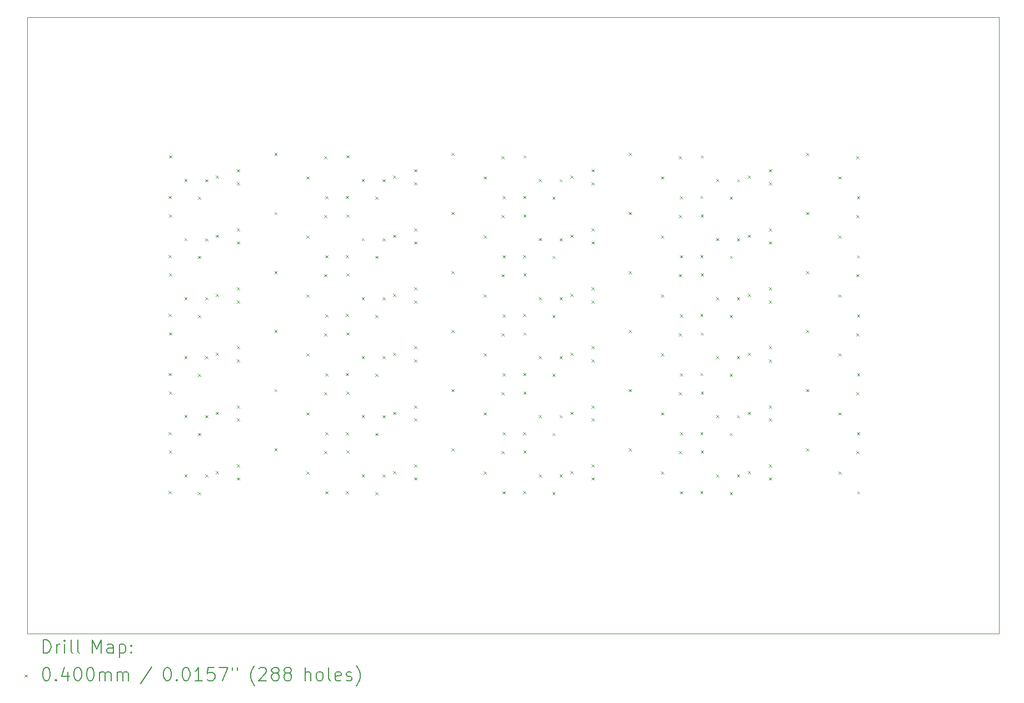
<source format=gbr>
%TF.GenerationSoftware,KiCad,Pcbnew,(7.0.0)*%
%TF.CreationDate,2023-07-13T10:10:55-04:00*%
%TF.ProjectId,bracket-led-panel,62726163-6b65-4742-9d6c-65642d70616e,rev?*%
%TF.SameCoordinates,Original*%
%TF.FileFunction,Drillmap*%
%TF.FilePolarity,Positive*%
%FSLAX45Y45*%
G04 Gerber Fmt 4.5, Leading zero omitted, Abs format (unit mm)*
G04 Created by KiCad (PCBNEW (7.0.0)) date 2023-07-13 10:10:55*
%MOMM*%
%LPD*%
G01*
G04 APERTURE LIST*
%ADD10C,0.100000*%
%ADD11C,0.200000*%
%ADD12C,0.040000*%
G04 APERTURE END LIST*
D10*
X17900000Y-11400000D02*
X17900000Y-2000000D01*
X3100000Y-2000000D02*
X3100000Y-11400000D01*
X17900000Y-2000000D02*
X3100000Y-2000000D01*
X3100000Y-11400000D02*
X17900000Y-11400000D01*
X3100000Y-11400000D02*
X3100000Y-11400000D01*
D11*
D12*
X5247580Y-4727224D02*
X5287580Y-4767224D01*
X5287580Y-4727224D02*
X5247580Y-4767224D01*
X5247580Y-5627224D02*
X5287580Y-5667224D01*
X5287580Y-5627224D02*
X5247580Y-5667224D01*
X5247580Y-6527224D02*
X5287580Y-6567224D01*
X5287580Y-6527224D02*
X5247580Y-6567224D01*
X5247580Y-7427224D02*
X5287580Y-7467224D01*
X5287580Y-7427224D02*
X5247580Y-7467224D01*
X5247580Y-8327224D02*
X5287580Y-8367224D01*
X5287580Y-8327224D02*
X5247580Y-8367224D01*
X5247580Y-9227224D02*
X5287580Y-9267224D01*
X5287580Y-9227224D02*
X5247580Y-9267224D01*
X5255080Y-4109724D02*
X5295080Y-4149724D01*
X5295080Y-4109724D02*
X5255080Y-4149724D01*
X5255080Y-5009724D02*
X5295080Y-5049724D01*
X5295080Y-5009724D02*
X5255080Y-5049724D01*
X5255080Y-5909724D02*
X5295080Y-5949724D01*
X5295080Y-5909724D02*
X5255080Y-5949724D01*
X5255080Y-6809724D02*
X5295080Y-6849724D01*
X5295080Y-6809724D02*
X5255080Y-6849724D01*
X5255080Y-7709724D02*
X5295080Y-7749724D01*
X5295080Y-7709724D02*
X5255080Y-7749724D01*
X5255080Y-8609724D02*
X5295080Y-8649724D01*
X5295080Y-8609724D02*
X5255080Y-8649724D01*
X5490000Y-4470000D02*
X5530000Y-4510000D01*
X5530000Y-4470000D02*
X5490000Y-4510000D01*
X5490000Y-5370000D02*
X5530000Y-5410000D01*
X5530000Y-5370000D02*
X5490000Y-5410000D01*
X5490000Y-6270000D02*
X5530000Y-6310000D01*
X5530000Y-6270000D02*
X5490000Y-6310000D01*
X5490000Y-7170000D02*
X5530000Y-7210000D01*
X5530000Y-7170000D02*
X5490000Y-7210000D01*
X5490000Y-8070000D02*
X5530000Y-8110000D01*
X5530000Y-8070000D02*
X5490000Y-8110000D01*
X5490000Y-8970000D02*
X5530000Y-9010000D01*
X5530000Y-8970000D02*
X5490000Y-9010000D01*
X5695080Y-4742224D02*
X5735080Y-4782224D01*
X5735080Y-4742224D02*
X5695080Y-4782224D01*
X5695080Y-5642224D02*
X5735080Y-5682224D01*
X5735080Y-5642224D02*
X5695080Y-5682224D01*
X5695080Y-6542224D02*
X5735080Y-6582224D01*
X5735080Y-6542224D02*
X5695080Y-6582224D01*
X5695080Y-7442224D02*
X5735080Y-7482224D01*
X5735080Y-7442224D02*
X5695080Y-7482224D01*
X5695080Y-8342224D02*
X5735080Y-8382224D01*
X5735080Y-8342224D02*
X5695080Y-8382224D01*
X5695080Y-9242224D02*
X5735080Y-9282224D01*
X5735080Y-9242224D02*
X5695080Y-9282224D01*
X5805080Y-4472224D02*
X5845080Y-4512224D01*
X5845080Y-4472224D02*
X5805080Y-4512224D01*
X5805080Y-5372224D02*
X5845080Y-5412224D01*
X5845080Y-5372224D02*
X5805080Y-5412224D01*
X5805080Y-6272224D02*
X5845080Y-6312224D01*
X5845080Y-6272224D02*
X5805080Y-6312224D01*
X5805080Y-7172224D02*
X5845080Y-7212224D01*
X5845080Y-7172224D02*
X5805080Y-7212224D01*
X5805080Y-8072224D02*
X5845080Y-8112224D01*
X5845080Y-8072224D02*
X5805080Y-8112224D01*
X5805080Y-8972224D02*
X5845080Y-9012224D01*
X5845080Y-8972224D02*
X5805080Y-9012224D01*
X5970000Y-4420000D02*
X6010000Y-4460000D01*
X6010000Y-4420000D02*
X5970000Y-4460000D01*
X5970000Y-5320000D02*
X6010000Y-5360000D01*
X6010000Y-5320000D02*
X5970000Y-5360000D01*
X5970000Y-6220000D02*
X6010000Y-6260000D01*
X6010000Y-6220000D02*
X5970000Y-6260000D01*
X5970000Y-7120000D02*
X6010000Y-7160000D01*
X6010000Y-7120000D02*
X5970000Y-7160000D01*
X5970000Y-8020000D02*
X6010000Y-8060000D01*
X6010000Y-8020000D02*
X5970000Y-8060000D01*
X5970000Y-8920000D02*
X6010000Y-8960000D01*
X6010000Y-8920000D02*
X5970000Y-8960000D01*
X6290000Y-4320000D02*
X6330000Y-4360000D01*
X6330000Y-4320000D02*
X6290000Y-4360000D01*
X6290000Y-4520000D02*
X6330000Y-4560000D01*
X6330000Y-4520000D02*
X6290000Y-4560000D01*
X6290000Y-5220000D02*
X6330000Y-5260000D01*
X6330000Y-5220000D02*
X6290000Y-5260000D01*
X6290000Y-5420000D02*
X6330000Y-5460000D01*
X6330000Y-5420000D02*
X6290000Y-5460000D01*
X6290000Y-6120000D02*
X6330000Y-6160000D01*
X6330000Y-6120000D02*
X6290000Y-6160000D01*
X6290000Y-6320000D02*
X6330000Y-6360000D01*
X6330000Y-6320000D02*
X6290000Y-6360000D01*
X6290000Y-7020000D02*
X6330000Y-7060000D01*
X6330000Y-7020000D02*
X6290000Y-7060000D01*
X6290000Y-7220000D02*
X6330000Y-7260000D01*
X6330000Y-7220000D02*
X6290000Y-7260000D01*
X6290000Y-7920000D02*
X6330000Y-7960000D01*
X6330000Y-7920000D02*
X6290000Y-7960000D01*
X6290000Y-8120000D02*
X6330000Y-8160000D01*
X6330000Y-8120000D02*
X6290000Y-8160000D01*
X6290000Y-8820000D02*
X6330000Y-8860000D01*
X6330000Y-8820000D02*
X6290000Y-8860000D01*
X6290000Y-9020000D02*
X6330000Y-9060000D01*
X6330000Y-9020000D02*
X6290000Y-9060000D01*
X6860000Y-4072224D02*
X6900000Y-4112224D01*
X6900000Y-4072224D02*
X6860000Y-4112224D01*
X6860000Y-4972224D02*
X6900000Y-5012224D01*
X6900000Y-4972224D02*
X6860000Y-5012224D01*
X6860000Y-5872224D02*
X6900000Y-5912224D01*
X6900000Y-5872224D02*
X6860000Y-5912224D01*
X6860000Y-6772224D02*
X6900000Y-6812224D01*
X6900000Y-6772224D02*
X6860000Y-6812224D01*
X6860000Y-7672224D02*
X6900000Y-7712224D01*
X6900000Y-7672224D02*
X6860000Y-7712224D01*
X6860000Y-8572224D02*
X6900000Y-8612224D01*
X6900000Y-8572224D02*
X6860000Y-8612224D01*
X7350000Y-4430000D02*
X7390000Y-4470000D01*
X7390000Y-4430000D02*
X7350000Y-4470000D01*
X7350000Y-5330000D02*
X7390000Y-5370000D01*
X7390000Y-5330000D02*
X7350000Y-5370000D01*
X7350000Y-6230000D02*
X7390000Y-6270000D01*
X7390000Y-6230000D02*
X7350000Y-6270000D01*
X7350000Y-7130000D02*
X7390000Y-7170000D01*
X7390000Y-7130000D02*
X7350000Y-7170000D01*
X7350000Y-8030000D02*
X7390000Y-8070000D01*
X7390000Y-8030000D02*
X7350000Y-8070000D01*
X7350000Y-8930000D02*
X7390000Y-8970000D01*
X7390000Y-8930000D02*
X7350000Y-8970000D01*
X7620080Y-4119724D02*
X7660080Y-4159724D01*
X7660080Y-4119724D02*
X7620080Y-4159724D01*
X7620080Y-5019724D02*
X7660080Y-5059724D01*
X7660080Y-5019724D02*
X7620080Y-5059724D01*
X7620080Y-5919724D02*
X7660080Y-5959724D01*
X7660080Y-5919724D02*
X7620080Y-5959724D01*
X7620080Y-6819724D02*
X7660080Y-6859724D01*
X7660080Y-6819724D02*
X7620080Y-6859724D01*
X7620080Y-7719724D02*
X7660080Y-7759724D01*
X7660080Y-7719724D02*
X7620080Y-7759724D01*
X7620080Y-8619724D02*
X7660080Y-8659724D01*
X7660080Y-8619724D02*
X7620080Y-8659724D01*
X7635080Y-4732224D02*
X7675080Y-4772224D01*
X7675080Y-4732224D02*
X7635080Y-4772224D01*
X7635080Y-5632224D02*
X7675080Y-5672224D01*
X7675080Y-5632224D02*
X7635080Y-5672224D01*
X7635080Y-6532224D02*
X7675080Y-6572224D01*
X7675080Y-6532224D02*
X7635080Y-6572224D01*
X7635080Y-7432224D02*
X7675080Y-7472224D01*
X7675080Y-7432224D02*
X7635080Y-7472224D01*
X7635080Y-8332224D02*
X7675080Y-8372224D01*
X7675080Y-8332224D02*
X7635080Y-8372224D01*
X7635080Y-9232224D02*
X7675080Y-9272224D01*
X7675080Y-9232224D02*
X7635080Y-9272224D01*
X7947580Y-4727224D02*
X7987580Y-4767224D01*
X7987580Y-4727224D02*
X7947580Y-4767224D01*
X7947580Y-5627224D02*
X7987580Y-5667224D01*
X7987580Y-5627224D02*
X7947580Y-5667224D01*
X7947580Y-6527224D02*
X7987580Y-6567224D01*
X7987580Y-6527224D02*
X7947580Y-6567224D01*
X7947580Y-7427224D02*
X7987580Y-7467224D01*
X7987580Y-7427224D02*
X7947580Y-7467224D01*
X7947580Y-8327224D02*
X7987580Y-8367224D01*
X7987580Y-8327224D02*
X7947580Y-8367224D01*
X7947580Y-9227224D02*
X7987580Y-9267224D01*
X7987580Y-9227224D02*
X7947580Y-9267224D01*
X7955080Y-4109724D02*
X7995080Y-4149724D01*
X7995080Y-4109724D02*
X7955080Y-4149724D01*
X7955080Y-5009724D02*
X7995080Y-5049724D01*
X7995080Y-5009724D02*
X7955080Y-5049724D01*
X7955080Y-5909724D02*
X7995080Y-5949724D01*
X7995080Y-5909724D02*
X7955080Y-5949724D01*
X7955080Y-6809724D02*
X7995080Y-6849724D01*
X7995080Y-6809724D02*
X7955080Y-6849724D01*
X7955080Y-7709724D02*
X7995080Y-7749724D01*
X7995080Y-7709724D02*
X7955080Y-7749724D01*
X7955080Y-8609724D02*
X7995080Y-8649724D01*
X7995080Y-8609724D02*
X7955080Y-8649724D01*
X8190000Y-4470000D02*
X8230000Y-4510000D01*
X8230000Y-4470000D02*
X8190000Y-4510000D01*
X8190000Y-5370000D02*
X8230000Y-5410000D01*
X8230000Y-5370000D02*
X8190000Y-5410000D01*
X8190000Y-6270000D02*
X8230000Y-6310000D01*
X8230000Y-6270000D02*
X8190000Y-6310000D01*
X8190000Y-7170000D02*
X8230000Y-7210000D01*
X8230000Y-7170000D02*
X8190000Y-7210000D01*
X8190000Y-8070000D02*
X8230000Y-8110000D01*
X8230000Y-8070000D02*
X8190000Y-8110000D01*
X8190000Y-8970000D02*
X8230000Y-9010000D01*
X8230000Y-8970000D02*
X8190000Y-9010000D01*
X8395080Y-4742224D02*
X8435080Y-4782224D01*
X8435080Y-4742224D02*
X8395080Y-4782224D01*
X8395080Y-5642224D02*
X8435080Y-5682224D01*
X8435080Y-5642224D02*
X8395080Y-5682224D01*
X8395080Y-6542224D02*
X8435080Y-6582224D01*
X8435080Y-6542224D02*
X8395080Y-6582224D01*
X8395080Y-7442224D02*
X8435080Y-7482224D01*
X8435080Y-7442224D02*
X8395080Y-7482224D01*
X8395080Y-8342224D02*
X8435080Y-8382224D01*
X8435080Y-8342224D02*
X8395080Y-8382224D01*
X8395080Y-9242224D02*
X8435080Y-9282224D01*
X8435080Y-9242224D02*
X8395080Y-9282224D01*
X8505080Y-4472224D02*
X8545080Y-4512224D01*
X8545080Y-4472224D02*
X8505080Y-4512224D01*
X8505080Y-5372224D02*
X8545080Y-5412224D01*
X8545080Y-5372224D02*
X8505080Y-5412224D01*
X8505080Y-6272224D02*
X8545080Y-6312224D01*
X8545080Y-6272224D02*
X8505080Y-6312224D01*
X8505080Y-7172224D02*
X8545080Y-7212224D01*
X8545080Y-7172224D02*
X8505080Y-7212224D01*
X8505080Y-8072224D02*
X8545080Y-8112224D01*
X8545080Y-8072224D02*
X8505080Y-8112224D01*
X8505080Y-8972224D02*
X8545080Y-9012224D01*
X8545080Y-8972224D02*
X8505080Y-9012224D01*
X8670000Y-4420000D02*
X8710000Y-4460000D01*
X8710000Y-4420000D02*
X8670000Y-4460000D01*
X8670000Y-5320000D02*
X8710000Y-5360000D01*
X8710000Y-5320000D02*
X8670000Y-5360000D01*
X8670000Y-6220000D02*
X8710000Y-6260000D01*
X8710000Y-6220000D02*
X8670000Y-6260000D01*
X8670000Y-7120000D02*
X8710000Y-7160000D01*
X8710000Y-7120000D02*
X8670000Y-7160000D01*
X8670000Y-8020000D02*
X8710000Y-8060000D01*
X8710000Y-8020000D02*
X8670000Y-8060000D01*
X8670000Y-8920000D02*
X8710000Y-8960000D01*
X8710000Y-8920000D02*
X8670000Y-8960000D01*
X8990000Y-4320000D02*
X9030000Y-4360000D01*
X9030000Y-4320000D02*
X8990000Y-4360000D01*
X8990000Y-4520000D02*
X9030000Y-4560000D01*
X9030000Y-4520000D02*
X8990000Y-4560000D01*
X8990000Y-5220000D02*
X9030000Y-5260000D01*
X9030000Y-5220000D02*
X8990000Y-5260000D01*
X8990000Y-5420000D02*
X9030000Y-5460000D01*
X9030000Y-5420000D02*
X8990000Y-5460000D01*
X8990000Y-6120000D02*
X9030000Y-6160000D01*
X9030000Y-6120000D02*
X8990000Y-6160000D01*
X8990000Y-6320000D02*
X9030000Y-6360000D01*
X9030000Y-6320000D02*
X8990000Y-6360000D01*
X8990000Y-7020000D02*
X9030000Y-7060000D01*
X9030000Y-7020000D02*
X8990000Y-7060000D01*
X8990000Y-7220000D02*
X9030000Y-7260000D01*
X9030000Y-7220000D02*
X8990000Y-7260000D01*
X8990000Y-7920000D02*
X9030000Y-7960000D01*
X9030000Y-7920000D02*
X8990000Y-7960000D01*
X8990000Y-8120000D02*
X9030000Y-8160000D01*
X9030000Y-8120000D02*
X8990000Y-8160000D01*
X8990000Y-8820000D02*
X9030000Y-8860000D01*
X9030000Y-8820000D02*
X8990000Y-8860000D01*
X8990000Y-9020000D02*
X9030000Y-9060000D01*
X9030000Y-9020000D02*
X8990000Y-9060000D01*
X9560000Y-4072224D02*
X9600000Y-4112224D01*
X9600000Y-4072224D02*
X9560000Y-4112224D01*
X9560000Y-4972224D02*
X9600000Y-5012224D01*
X9600000Y-4972224D02*
X9560000Y-5012224D01*
X9560000Y-5872224D02*
X9600000Y-5912224D01*
X9600000Y-5872224D02*
X9560000Y-5912224D01*
X9560000Y-6772224D02*
X9600000Y-6812224D01*
X9600000Y-6772224D02*
X9560000Y-6812224D01*
X9560000Y-7672224D02*
X9600000Y-7712224D01*
X9600000Y-7672224D02*
X9560000Y-7712224D01*
X9560000Y-8572224D02*
X9600000Y-8612224D01*
X9600000Y-8572224D02*
X9560000Y-8612224D01*
X10050000Y-4430000D02*
X10090000Y-4470000D01*
X10090000Y-4430000D02*
X10050000Y-4470000D01*
X10050000Y-5330000D02*
X10090000Y-5370000D01*
X10090000Y-5330000D02*
X10050000Y-5370000D01*
X10050000Y-6230000D02*
X10090000Y-6270000D01*
X10090000Y-6230000D02*
X10050000Y-6270000D01*
X10050000Y-7130000D02*
X10090000Y-7170000D01*
X10090000Y-7130000D02*
X10050000Y-7170000D01*
X10050000Y-8030000D02*
X10090000Y-8070000D01*
X10090000Y-8030000D02*
X10050000Y-8070000D01*
X10050000Y-8930000D02*
X10090000Y-8970000D01*
X10090000Y-8930000D02*
X10050000Y-8970000D01*
X10320080Y-4119724D02*
X10360080Y-4159724D01*
X10360080Y-4119724D02*
X10320080Y-4159724D01*
X10320080Y-5019724D02*
X10360080Y-5059724D01*
X10360080Y-5019724D02*
X10320080Y-5059724D01*
X10320080Y-5919724D02*
X10360080Y-5959724D01*
X10360080Y-5919724D02*
X10320080Y-5959724D01*
X10320080Y-6819724D02*
X10360080Y-6859724D01*
X10360080Y-6819724D02*
X10320080Y-6859724D01*
X10320080Y-7719724D02*
X10360080Y-7759724D01*
X10360080Y-7719724D02*
X10320080Y-7759724D01*
X10320080Y-8619724D02*
X10360080Y-8659724D01*
X10360080Y-8619724D02*
X10320080Y-8659724D01*
X10335080Y-4732224D02*
X10375080Y-4772224D01*
X10375080Y-4732224D02*
X10335080Y-4772224D01*
X10335080Y-5632224D02*
X10375080Y-5672224D01*
X10375080Y-5632224D02*
X10335080Y-5672224D01*
X10335080Y-6532224D02*
X10375080Y-6572224D01*
X10375080Y-6532224D02*
X10335080Y-6572224D01*
X10335080Y-7432224D02*
X10375080Y-7472224D01*
X10375080Y-7432224D02*
X10335080Y-7472224D01*
X10335080Y-8332224D02*
X10375080Y-8372224D01*
X10375080Y-8332224D02*
X10335080Y-8372224D01*
X10335080Y-9232224D02*
X10375080Y-9272224D01*
X10375080Y-9232224D02*
X10335080Y-9272224D01*
X10647580Y-4727224D02*
X10687580Y-4767224D01*
X10687580Y-4727224D02*
X10647580Y-4767224D01*
X10647580Y-5627224D02*
X10687580Y-5667224D01*
X10687580Y-5627224D02*
X10647580Y-5667224D01*
X10647580Y-6527224D02*
X10687580Y-6567224D01*
X10687580Y-6527224D02*
X10647580Y-6567224D01*
X10647580Y-7427224D02*
X10687580Y-7467224D01*
X10687580Y-7427224D02*
X10647580Y-7467224D01*
X10647580Y-8327224D02*
X10687580Y-8367224D01*
X10687580Y-8327224D02*
X10647580Y-8367224D01*
X10647580Y-9227224D02*
X10687580Y-9267224D01*
X10687580Y-9227224D02*
X10647580Y-9267224D01*
X10655080Y-4109724D02*
X10695080Y-4149724D01*
X10695080Y-4109724D02*
X10655080Y-4149724D01*
X10655080Y-5009724D02*
X10695080Y-5049724D01*
X10695080Y-5009724D02*
X10655080Y-5049724D01*
X10655080Y-5909724D02*
X10695080Y-5949724D01*
X10695080Y-5909724D02*
X10655080Y-5949724D01*
X10655080Y-6809724D02*
X10695080Y-6849724D01*
X10695080Y-6809724D02*
X10655080Y-6849724D01*
X10655080Y-7709724D02*
X10695080Y-7749724D01*
X10695080Y-7709724D02*
X10655080Y-7749724D01*
X10655080Y-8609724D02*
X10695080Y-8649724D01*
X10695080Y-8609724D02*
X10655080Y-8649724D01*
X10890000Y-4470000D02*
X10930000Y-4510000D01*
X10930000Y-4470000D02*
X10890000Y-4510000D01*
X10890000Y-5370000D02*
X10930000Y-5410000D01*
X10930000Y-5370000D02*
X10890000Y-5410000D01*
X10890000Y-6270000D02*
X10930000Y-6310000D01*
X10930000Y-6270000D02*
X10890000Y-6310000D01*
X10890000Y-7170000D02*
X10930000Y-7210000D01*
X10930000Y-7170000D02*
X10890000Y-7210000D01*
X10890000Y-8070000D02*
X10930000Y-8110000D01*
X10930000Y-8070000D02*
X10890000Y-8110000D01*
X10890000Y-8970000D02*
X10930000Y-9010000D01*
X10930000Y-8970000D02*
X10890000Y-9010000D01*
X11095080Y-4742224D02*
X11135080Y-4782224D01*
X11135080Y-4742224D02*
X11095080Y-4782224D01*
X11095080Y-5642224D02*
X11135080Y-5682224D01*
X11135080Y-5642224D02*
X11095080Y-5682224D01*
X11095080Y-6542224D02*
X11135080Y-6582224D01*
X11135080Y-6542224D02*
X11095080Y-6582224D01*
X11095080Y-7442224D02*
X11135080Y-7482224D01*
X11135080Y-7442224D02*
X11095080Y-7482224D01*
X11095080Y-8342224D02*
X11135080Y-8382224D01*
X11135080Y-8342224D02*
X11095080Y-8382224D01*
X11095080Y-9242224D02*
X11135080Y-9282224D01*
X11135080Y-9242224D02*
X11095080Y-9282224D01*
X11205080Y-4472224D02*
X11245080Y-4512224D01*
X11245080Y-4472224D02*
X11205080Y-4512224D01*
X11205080Y-5372224D02*
X11245080Y-5412224D01*
X11245080Y-5372224D02*
X11205080Y-5412224D01*
X11205080Y-6272224D02*
X11245080Y-6312224D01*
X11245080Y-6272224D02*
X11205080Y-6312224D01*
X11205080Y-7172224D02*
X11245080Y-7212224D01*
X11245080Y-7172224D02*
X11205080Y-7212224D01*
X11205080Y-8072224D02*
X11245080Y-8112224D01*
X11245080Y-8072224D02*
X11205080Y-8112224D01*
X11205080Y-8972224D02*
X11245080Y-9012224D01*
X11245080Y-8972224D02*
X11205080Y-9012224D01*
X11370000Y-4420000D02*
X11410000Y-4460000D01*
X11410000Y-4420000D02*
X11370000Y-4460000D01*
X11370000Y-5320000D02*
X11410000Y-5360000D01*
X11410000Y-5320000D02*
X11370000Y-5360000D01*
X11370000Y-6220000D02*
X11410000Y-6260000D01*
X11410000Y-6220000D02*
X11370000Y-6260000D01*
X11370000Y-7120000D02*
X11410000Y-7160000D01*
X11410000Y-7120000D02*
X11370000Y-7160000D01*
X11370000Y-8020000D02*
X11410000Y-8060000D01*
X11410000Y-8020000D02*
X11370000Y-8060000D01*
X11370000Y-8920000D02*
X11410000Y-8960000D01*
X11410000Y-8920000D02*
X11370000Y-8960000D01*
X11690000Y-4320000D02*
X11730000Y-4360000D01*
X11730000Y-4320000D02*
X11690000Y-4360000D01*
X11690000Y-4520000D02*
X11730000Y-4560000D01*
X11730000Y-4520000D02*
X11690000Y-4560000D01*
X11690000Y-5220000D02*
X11730000Y-5260000D01*
X11730000Y-5220000D02*
X11690000Y-5260000D01*
X11690000Y-5420000D02*
X11730000Y-5460000D01*
X11730000Y-5420000D02*
X11690000Y-5460000D01*
X11690000Y-6120000D02*
X11730000Y-6160000D01*
X11730000Y-6120000D02*
X11690000Y-6160000D01*
X11690000Y-6320000D02*
X11730000Y-6360000D01*
X11730000Y-6320000D02*
X11690000Y-6360000D01*
X11690000Y-7020000D02*
X11730000Y-7060000D01*
X11730000Y-7020000D02*
X11690000Y-7060000D01*
X11690000Y-7220000D02*
X11730000Y-7260000D01*
X11730000Y-7220000D02*
X11690000Y-7260000D01*
X11690000Y-7920000D02*
X11730000Y-7960000D01*
X11730000Y-7920000D02*
X11690000Y-7960000D01*
X11690000Y-8120000D02*
X11730000Y-8160000D01*
X11730000Y-8120000D02*
X11690000Y-8160000D01*
X11690000Y-8820000D02*
X11730000Y-8860000D01*
X11730000Y-8820000D02*
X11690000Y-8860000D01*
X11690000Y-9020000D02*
X11730000Y-9060000D01*
X11730000Y-9020000D02*
X11690000Y-9060000D01*
X12260000Y-4072224D02*
X12300000Y-4112224D01*
X12300000Y-4072224D02*
X12260000Y-4112224D01*
X12260000Y-4972224D02*
X12300000Y-5012224D01*
X12300000Y-4972224D02*
X12260000Y-5012224D01*
X12260000Y-5872224D02*
X12300000Y-5912224D01*
X12300000Y-5872224D02*
X12260000Y-5912224D01*
X12260000Y-6772224D02*
X12300000Y-6812224D01*
X12300000Y-6772224D02*
X12260000Y-6812224D01*
X12260000Y-7672224D02*
X12300000Y-7712224D01*
X12300000Y-7672224D02*
X12260000Y-7712224D01*
X12260000Y-8572224D02*
X12300000Y-8612224D01*
X12300000Y-8572224D02*
X12260000Y-8612224D01*
X12750000Y-4430000D02*
X12790000Y-4470000D01*
X12790000Y-4430000D02*
X12750000Y-4470000D01*
X12750000Y-5330000D02*
X12790000Y-5370000D01*
X12790000Y-5330000D02*
X12750000Y-5370000D01*
X12750000Y-6230000D02*
X12790000Y-6270000D01*
X12790000Y-6230000D02*
X12750000Y-6270000D01*
X12750000Y-7130000D02*
X12790000Y-7170000D01*
X12790000Y-7130000D02*
X12750000Y-7170000D01*
X12750000Y-8030000D02*
X12790000Y-8070000D01*
X12790000Y-8030000D02*
X12750000Y-8070000D01*
X12750000Y-8930000D02*
X12790000Y-8970000D01*
X12790000Y-8930000D02*
X12750000Y-8970000D01*
X13020080Y-4119724D02*
X13060080Y-4159724D01*
X13060080Y-4119724D02*
X13020080Y-4159724D01*
X13020080Y-5019724D02*
X13060080Y-5059724D01*
X13060080Y-5019724D02*
X13020080Y-5059724D01*
X13020080Y-5919724D02*
X13060080Y-5959724D01*
X13060080Y-5919724D02*
X13020080Y-5959724D01*
X13020080Y-6819724D02*
X13060080Y-6859724D01*
X13060080Y-6819724D02*
X13020080Y-6859724D01*
X13020080Y-7719724D02*
X13060080Y-7759724D01*
X13060080Y-7719724D02*
X13020080Y-7759724D01*
X13020080Y-8619724D02*
X13060080Y-8659724D01*
X13060080Y-8619724D02*
X13020080Y-8659724D01*
X13035080Y-4732224D02*
X13075080Y-4772224D01*
X13075080Y-4732224D02*
X13035080Y-4772224D01*
X13035080Y-5632224D02*
X13075080Y-5672224D01*
X13075080Y-5632224D02*
X13035080Y-5672224D01*
X13035080Y-6532224D02*
X13075080Y-6572224D01*
X13075080Y-6532224D02*
X13035080Y-6572224D01*
X13035080Y-7432224D02*
X13075080Y-7472224D01*
X13075080Y-7432224D02*
X13035080Y-7472224D01*
X13035080Y-8332224D02*
X13075080Y-8372224D01*
X13075080Y-8332224D02*
X13035080Y-8372224D01*
X13035080Y-9232224D02*
X13075080Y-9272224D01*
X13075080Y-9232224D02*
X13035080Y-9272224D01*
X13347580Y-4727224D02*
X13387580Y-4767224D01*
X13387580Y-4727224D02*
X13347580Y-4767224D01*
X13347580Y-5627224D02*
X13387580Y-5667224D01*
X13387580Y-5627224D02*
X13347580Y-5667224D01*
X13347580Y-6527224D02*
X13387580Y-6567224D01*
X13387580Y-6527224D02*
X13347580Y-6567224D01*
X13347580Y-7427224D02*
X13387580Y-7467224D01*
X13387580Y-7427224D02*
X13347580Y-7467224D01*
X13347580Y-8327224D02*
X13387580Y-8367224D01*
X13387580Y-8327224D02*
X13347580Y-8367224D01*
X13347580Y-9227224D02*
X13387580Y-9267224D01*
X13387580Y-9227224D02*
X13347580Y-9267224D01*
X13355080Y-4109724D02*
X13395080Y-4149724D01*
X13395080Y-4109724D02*
X13355080Y-4149724D01*
X13355080Y-5009724D02*
X13395080Y-5049724D01*
X13395080Y-5009724D02*
X13355080Y-5049724D01*
X13355080Y-5909724D02*
X13395080Y-5949724D01*
X13395080Y-5909724D02*
X13355080Y-5949724D01*
X13355080Y-6809724D02*
X13395080Y-6849724D01*
X13395080Y-6809724D02*
X13355080Y-6849724D01*
X13355080Y-7709724D02*
X13395080Y-7749724D01*
X13395080Y-7709724D02*
X13355080Y-7749724D01*
X13355080Y-8609724D02*
X13395080Y-8649724D01*
X13395080Y-8609724D02*
X13355080Y-8649724D01*
X13590000Y-4470000D02*
X13630000Y-4510000D01*
X13630000Y-4470000D02*
X13590000Y-4510000D01*
X13590000Y-5370000D02*
X13630000Y-5410000D01*
X13630000Y-5370000D02*
X13590000Y-5410000D01*
X13590000Y-6270000D02*
X13630000Y-6310000D01*
X13630000Y-6270000D02*
X13590000Y-6310000D01*
X13590000Y-7170000D02*
X13630000Y-7210000D01*
X13630000Y-7170000D02*
X13590000Y-7210000D01*
X13590000Y-8070000D02*
X13630000Y-8110000D01*
X13630000Y-8070000D02*
X13590000Y-8110000D01*
X13590000Y-8970000D02*
X13630000Y-9010000D01*
X13630000Y-8970000D02*
X13590000Y-9010000D01*
X13795080Y-4742224D02*
X13835080Y-4782224D01*
X13835080Y-4742224D02*
X13795080Y-4782224D01*
X13795080Y-5642224D02*
X13835080Y-5682224D01*
X13835080Y-5642224D02*
X13795080Y-5682224D01*
X13795080Y-6542224D02*
X13835080Y-6582224D01*
X13835080Y-6542224D02*
X13795080Y-6582224D01*
X13795080Y-7442224D02*
X13835080Y-7482224D01*
X13835080Y-7442224D02*
X13795080Y-7482224D01*
X13795080Y-8342224D02*
X13835080Y-8382224D01*
X13835080Y-8342224D02*
X13795080Y-8382224D01*
X13795080Y-9242224D02*
X13835080Y-9282224D01*
X13835080Y-9242224D02*
X13795080Y-9282224D01*
X13905080Y-4472224D02*
X13945080Y-4512224D01*
X13945080Y-4472224D02*
X13905080Y-4512224D01*
X13905080Y-5372224D02*
X13945080Y-5412224D01*
X13945080Y-5372224D02*
X13905080Y-5412224D01*
X13905080Y-6272224D02*
X13945080Y-6312224D01*
X13945080Y-6272224D02*
X13905080Y-6312224D01*
X13905080Y-7172224D02*
X13945080Y-7212224D01*
X13945080Y-7172224D02*
X13905080Y-7212224D01*
X13905080Y-8072224D02*
X13945080Y-8112224D01*
X13945080Y-8072224D02*
X13905080Y-8112224D01*
X13905080Y-8972224D02*
X13945080Y-9012224D01*
X13945080Y-8972224D02*
X13905080Y-9012224D01*
X14070000Y-4420000D02*
X14110000Y-4460000D01*
X14110000Y-4420000D02*
X14070000Y-4460000D01*
X14070000Y-5320000D02*
X14110000Y-5360000D01*
X14110000Y-5320000D02*
X14070000Y-5360000D01*
X14070000Y-6220000D02*
X14110000Y-6260000D01*
X14110000Y-6220000D02*
X14070000Y-6260000D01*
X14070000Y-7120000D02*
X14110000Y-7160000D01*
X14110000Y-7120000D02*
X14070000Y-7160000D01*
X14070000Y-8020000D02*
X14110000Y-8060000D01*
X14110000Y-8020000D02*
X14070000Y-8060000D01*
X14070000Y-8920000D02*
X14110000Y-8960000D01*
X14110000Y-8920000D02*
X14070000Y-8960000D01*
X14390000Y-4320000D02*
X14430000Y-4360000D01*
X14430000Y-4320000D02*
X14390000Y-4360000D01*
X14390000Y-4520000D02*
X14430000Y-4560000D01*
X14430000Y-4520000D02*
X14390000Y-4560000D01*
X14390000Y-5220000D02*
X14430000Y-5260000D01*
X14430000Y-5220000D02*
X14390000Y-5260000D01*
X14390000Y-5420000D02*
X14430000Y-5460000D01*
X14430000Y-5420000D02*
X14390000Y-5460000D01*
X14390000Y-6120000D02*
X14430000Y-6160000D01*
X14430000Y-6120000D02*
X14390000Y-6160000D01*
X14390000Y-6320000D02*
X14430000Y-6360000D01*
X14430000Y-6320000D02*
X14390000Y-6360000D01*
X14390000Y-7020000D02*
X14430000Y-7060000D01*
X14430000Y-7020000D02*
X14390000Y-7060000D01*
X14390000Y-7220000D02*
X14430000Y-7260000D01*
X14430000Y-7220000D02*
X14390000Y-7260000D01*
X14390000Y-7920000D02*
X14430000Y-7960000D01*
X14430000Y-7920000D02*
X14390000Y-7960000D01*
X14390000Y-8120000D02*
X14430000Y-8160000D01*
X14430000Y-8120000D02*
X14390000Y-8160000D01*
X14390000Y-8820000D02*
X14430000Y-8860000D01*
X14430000Y-8820000D02*
X14390000Y-8860000D01*
X14390000Y-9020000D02*
X14430000Y-9060000D01*
X14430000Y-9020000D02*
X14390000Y-9060000D01*
X14960000Y-4072224D02*
X15000000Y-4112224D01*
X15000000Y-4072224D02*
X14960000Y-4112224D01*
X14960000Y-4972224D02*
X15000000Y-5012224D01*
X15000000Y-4972224D02*
X14960000Y-5012224D01*
X14960000Y-5872224D02*
X15000000Y-5912224D01*
X15000000Y-5872224D02*
X14960000Y-5912224D01*
X14960000Y-6772224D02*
X15000000Y-6812224D01*
X15000000Y-6772224D02*
X14960000Y-6812224D01*
X14960000Y-7672224D02*
X15000000Y-7712224D01*
X15000000Y-7672224D02*
X14960000Y-7712224D01*
X14960000Y-8572224D02*
X15000000Y-8612224D01*
X15000000Y-8572224D02*
X14960000Y-8612224D01*
X15450000Y-4430000D02*
X15490000Y-4470000D01*
X15490000Y-4430000D02*
X15450000Y-4470000D01*
X15450000Y-5330000D02*
X15490000Y-5370000D01*
X15490000Y-5330000D02*
X15450000Y-5370000D01*
X15450000Y-6230000D02*
X15490000Y-6270000D01*
X15490000Y-6230000D02*
X15450000Y-6270000D01*
X15450000Y-7130000D02*
X15490000Y-7170000D01*
X15490000Y-7130000D02*
X15450000Y-7170000D01*
X15450000Y-8030000D02*
X15490000Y-8070000D01*
X15490000Y-8030000D02*
X15450000Y-8070000D01*
X15450000Y-8930000D02*
X15490000Y-8970000D01*
X15490000Y-8930000D02*
X15450000Y-8970000D01*
X15720080Y-4119724D02*
X15760080Y-4159724D01*
X15760080Y-4119724D02*
X15720080Y-4159724D01*
X15720080Y-5019724D02*
X15760080Y-5059724D01*
X15760080Y-5019724D02*
X15720080Y-5059724D01*
X15720080Y-5919724D02*
X15760080Y-5959724D01*
X15760080Y-5919724D02*
X15720080Y-5959724D01*
X15720080Y-6819724D02*
X15760080Y-6859724D01*
X15760080Y-6819724D02*
X15720080Y-6859724D01*
X15720080Y-7719724D02*
X15760080Y-7759724D01*
X15760080Y-7719724D02*
X15720080Y-7759724D01*
X15720080Y-8619724D02*
X15760080Y-8659724D01*
X15760080Y-8619724D02*
X15720080Y-8659724D01*
X15735080Y-4732224D02*
X15775080Y-4772224D01*
X15775080Y-4732224D02*
X15735080Y-4772224D01*
X15735080Y-5632224D02*
X15775080Y-5672224D01*
X15775080Y-5632224D02*
X15735080Y-5672224D01*
X15735080Y-6532224D02*
X15775080Y-6572224D01*
X15775080Y-6532224D02*
X15735080Y-6572224D01*
X15735080Y-7432224D02*
X15775080Y-7472224D01*
X15775080Y-7432224D02*
X15735080Y-7472224D01*
X15735080Y-8332224D02*
X15775080Y-8372224D01*
X15775080Y-8332224D02*
X15735080Y-8372224D01*
X15735080Y-9232224D02*
X15775080Y-9272224D01*
X15775080Y-9232224D02*
X15735080Y-9272224D01*
D11*
X3342619Y-11698476D02*
X3342619Y-11498476D01*
X3342619Y-11498476D02*
X3390238Y-11498476D01*
X3390238Y-11498476D02*
X3418809Y-11508000D01*
X3418809Y-11508000D02*
X3437857Y-11527048D01*
X3437857Y-11527048D02*
X3447381Y-11546095D01*
X3447381Y-11546095D02*
X3456905Y-11584190D01*
X3456905Y-11584190D02*
X3456905Y-11612762D01*
X3456905Y-11612762D02*
X3447381Y-11650857D01*
X3447381Y-11650857D02*
X3437857Y-11669905D01*
X3437857Y-11669905D02*
X3418809Y-11688952D01*
X3418809Y-11688952D02*
X3390238Y-11698476D01*
X3390238Y-11698476D02*
X3342619Y-11698476D01*
X3542619Y-11698476D02*
X3542619Y-11565143D01*
X3542619Y-11603238D02*
X3552143Y-11584190D01*
X3552143Y-11584190D02*
X3561667Y-11574667D01*
X3561667Y-11574667D02*
X3580714Y-11565143D01*
X3580714Y-11565143D02*
X3599762Y-11565143D01*
X3666428Y-11698476D02*
X3666428Y-11565143D01*
X3666428Y-11498476D02*
X3656905Y-11508000D01*
X3656905Y-11508000D02*
X3666428Y-11517524D01*
X3666428Y-11517524D02*
X3675952Y-11508000D01*
X3675952Y-11508000D02*
X3666428Y-11498476D01*
X3666428Y-11498476D02*
X3666428Y-11517524D01*
X3790238Y-11698476D02*
X3771190Y-11688952D01*
X3771190Y-11688952D02*
X3761667Y-11669905D01*
X3761667Y-11669905D02*
X3761667Y-11498476D01*
X3895000Y-11698476D02*
X3875952Y-11688952D01*
X3875952Y-11688952D02*
X3866428Y-11669905D01*
X3866428Y-11669905D02*
X3866428Y-11498476D01*
X4091190Y-11698476D02*
X4091190Y-11498476D01*
X4091190Y-11498476D02*
X4157857Y-11641333D01*
X4157857Y-11641333D02*
X4224524Y-11498476D01*
X4224524Y-11498476D02*
X4224524Y-11698476D01*
X4405476Y-11698476D02*
X4405476Y-11593714D01*
X4405476Y-11593714D02*
X4395952Y-11574667D01*
X4395952Y-11574667D02*
X4376905Y-11565143D01*
X4376905Y-11565143D02*
X4338809Y-11565143D01*
X4338809Y-11565143D02*
X4319762Y-11574667D01*
X4405476Y-11688952D02*
X4386429Y-11698476D01*
X4386429Y-11698476D02*
X4338809Y-11698476D01*
X4338809Y-11698476D02*
X4319762Y-11688952D01*
X4319762Y-11688952D02*
X4310238Y-11669905D01*
X4310238Y-11669905D02*
X4310238Y-11650857D01*
X4310238Y-11650857D02*
X4319762Y-11631809D01*
X4319762Y-11631809D02*
X4338809Y-11622286D01*
X4338809Y-11622286D02*
X4386429Y-11622286D01*
X4386429Y-11622286D02*
X4405476Y-11612762D01*
X4500714Y-11565143D02*
X4500714Y-11765143D01*
X4500714Y-11574667D02*
X4519762Y-11565143D01*
X4519762Y-11565143D02*
X4557857Y-11565143D01*
X4557857Y-11565143D02*
X4576905Y-11574667D01*
X4576905Y-11574667D02*
X4586429Y-11584190D01*
X4586429Y-11584190D02*
X4595952Y-11603238D01*
X4595952Y-11603238D02*
X4595952Y-11660381D01*
X4595952Y-11660381D02*
X4586429Y-11679428D01*
X4586429Y-11679428D02*
X4576905Y-11688952D01*
X4576905Y-11688952D02*
X4557857Y-11698476D01*
X4557857Y-11698476D02*
X4519762Y-11698476D01*
X4519762Y-11698476D02*
X4500714Y-11688952D01*
X4681667Y-11679428D02*
X4691190Y-11688952D01*
X4691190Y-11688952D02*
X4681667Y-11698476D01*
X4681667Y-11698476D02*
X4672143Y-11688952D01*
X4672143Y-11688952D02*
X4681667Y-11679428D01*
X4681667Y-11679428D02*
X4681667Y-11698476D01*
X4681667Y-11574667D02*
X4691190Y-11584190D01*
X4691190Y-11584190D02*
X4681667Y-11593714D01*
X4681667Y-11593714D02*
X4672143Y-11584190D01*
X4672143Y-11584190D02*
X4681667Y-11574667D01*
X4681667Y-11574667D02*
X4681667Y-11593714D01*
D12*
X3055000Y-12025000D02*
X3095000Y-12065000D01*
X3095000Y-12025000D02*
X3055000Y-12065000D01*
D11*
X3380714Y-11918476D02*
X3399762Y-11918476D01*
X3399762Y-11918476D02*
X3418809Y-11928000D01*
X3418809Y-11928000D02*
X3428333Y-11937524D01*
X3428333Y-11937524D02*
X3437857Y-11956571D01*
X3437857Y-11956571D02*
X3447381Y-11994667D01*
X3447381Y-11994667D02*
X3447381Y-12042286D01*
X3447381Y-12042286D02*
X3437857Y-12080381D01*
X3437857Y-12080381D02*
X3428333Y-12099428D01*
X3428333Y-12099428D02*
X3418809Y-12108952D01*
X3418809Y-12108952D02*
X3399762Y-12118476D01*
X3399762Y-12118476D02*
X3380714Y-12118476D01*
X3380714Y-12118476D02*
X3361667Y-12108952D01*
X3361667Y-12108952D02*
X3352143Y-12099428D01*
X3352143Y-12099428D02*
X3342619Y-12080381D01*
X3342619Y-12080381D02*
X3333095Y-12042286D01*
X3333095Y-12042286D02*
X3333095Y-11994667D01*
X3333095Y-11994667D02*
X3342619Y-11956571D01*
X3342619Y-11956571D02*
X3352143Y-11937524D01*
X3352143Y-11937524D02*
X3361667Y-11928000D01*
X3361667Y-11928000D02*
X3380714Y-11918476D01*
X3533095Y-12099428D02*
X3542619Y-12108952D01*
X3542619Y-12108952D02*
X3533095Y-12118476D01*
X3533095Y-12118476D02*
X3523571Y-12108952D01*
X3523571Y-12108952D02*
X3533095Y-12099428D01*
X3533095Y-12099428D02*
X3533095Y-12118476D01*
X3714048Y-11985143D02*
X3714048Y-12118476D01*
X3666428Y-11908952D02*
X3618809Y-12051809D01*
X3618809Y-12051809D02*
X3742619Y-12051809D01*
X3856905Y-11918476D02*
X3875952Y-11918476D01*
X3875952Y-11918476D02*
X3895000Y-11928000D01*
X3895000Y-11928000D02*
X3904524Y-11937524D01*
X3904524Y-11937524D02*
X3914048Y-11956571D01*
X3914048Y-11956571D02*
X3923571Y-11994667D01*
X3923571Y-11994667D02*
X3923571Y-12042286D01*
X3923571Y-12042286D02*
X3914048Y-12080381D01*
X3914048Y-12080381D02*
X3904524Y-12099428D01*
X3904524Y-12099428D02*
X3895000Y-12108952D01*
X3895000Y-12108952D02*
X3875952Y-12118476D01*
X3875952Y-12118476D02*
X3856905Y-12118476D01*
X3856905Y-12118476D02*
X3837857Y-12108952D01*
X3837857Y-12108952D02*
X3828333Y-12099428D01*
X3828333Y-12099428D02*
X3818809Y-12080381D01*
X3818809Y-12080381D02*
X3809286Y-12042286D01*
X3809286Y-12042286D02*
X3809286Y-11994667D01*
X3809286Y-11994667D02*
X3818809Y-11956571D01*
X3818809Y-11956571D02*
X3828333Y-11937524D01*
X3828333Y-11937524D02*
X3837857Y-11928000D01*
X3837857Y-11928000D02*
X3856905Y-11918476D01*
X4047381Y-11918476D02*
X4066429Y-11918476D01*
X4066429Y-11918476D02*
X4085476Y-11928000D01*
X4085476Y-11928000D02*
X4095000Y-11937524D01*
X4095000Y-11937524D02*
X4104524Y-11956571D01*
X4104524Y-11956571D02*
X4114048Y-11994667D01*
X4114048Y-11994667D02*
X4114048Y-12042286D01*
X4114048Y-12042286D02*
X4104524Y-12080381D01*
X4104524Y-12080381D02*
X4095000Y-12099428D01*
X4095000Y-12099428D02*
X4085476Y-12108952D01*
X4085476Y-12108952D02*
X4066429Y-12118476D01*
X4066429Y-12118476D02*
X4047381Y-12118476D01*
X4047381Y-12118476D02*
X4028333Y-12108952D01*
X4028333Y-12108952D02*
X4018809Y-12099428D01*
X4018809Y-12099428D02*
X4009286Y-12080381D01*
X4009286Y-12080381D02*
X3999762Y-12042286D01*
X3999762Y-12042286D02*
X3999762Y-11994667D01*
X3999762Y-11994667D02*
X4009286Y-11956571D01*
X4009286Y-11956571D02*
X4018809Y-11937524D01*
X4018809Y-11937524D02*
X4028333Y-11928000D01*
X4028333Y-11928000D02*
X4047381Y-11918476D01*
X4199762Y-12118476D02*
X4199762Y-11985143D01*
X4199762Y-12004190D02*
X4209286Y-11994667D01*
X4209286Y-11994667D02*
X4228333Y-11985143D01*
X4228333Y-11985143D02*
X4256905Y-11985143D01*
X4256905Y-11985143D02*
X4275952Y-11994667D01*
X4275952Y-11994667D02*
X4285476Y-12013714D01*
X4285476Y-12013714D02*
X4285476Y-12118476D01*
X4285476Y-12013714D02*
X4295000Y-11994667D01*
X4295000Y-11994667D02*
X4314048Y-11985143D01*
X4314048Y-11985143D02*
X4342619Y-11985143D01*
X4342619Y-11985143D02*
X4361667Y-11994667D01*
X4361667Y-11994667D02*
X4371191Y-12013714D01*
X4371191Y-12013714D02*
X4371191Y-12118476D01*
X4466429Y-12118476D02*
X4466429Y-11985143D01*
X4466429Y-12004190D02*
X4475952Y-11994667D01*
X4475952Y-11994667D02*
X4495000Y-11985143D01*
X4495000Y-11985143D02*
X4523572Y-11985143D01*
X4523572Y-11985143D02*
X4542619Y-11994667D01*
X4542619Y-11994667D02*
X4552143Y-12013714D01*
X4552143Y-12013714D02*
X4552143Y-12118476D01*
X4552143Y-12013714D02*
X4561667Y-11994667D01*
X4561667Y-11994667D02*
X4580714Y-11985143D01*
X4580714Y-11985143D02*
X4609286Y-11985143D01*
X4609286Y-11985143D02*
X4628333Y-11994667D01*
X4628333Y-11994667D02*
X4637857Y-12013714D01*
X4637857Y-12013714D02*
X4637857Y-12118476D01*
X4995952Y-11908952D02*
X4824524Y-12166095D01*
X5220714Y-11918476D02*
X5239762Y-11918476D01*
X5239762Y-11918476D02*
X5258810Y-11928000D01*
X5258810Y-11928000D02*
X5268333Y-11937524D01*
X5268333Y-11937524D02*
X5277857Y-11956571D01*
X5277857Y-11956571D02*
X5287381Y-11994667D01*
X5287381Y-11994667D02*
X5287381Y-12042286D01*
X5287381Y-12042286D02*
X5277857Y-12080381D01*
X5277857Y-12080381D02*
X5268333Y-12099428D01*
X5268333Y-12099428D02*
X5258810Y-12108952D01*
X5258810Y-12108952D02*
X5239762Y-12118476D01*
X5239762Y-12118476D02*
X5220714Y-12118476D01*
X5220714Y-12118476D02*
X5201667Y-12108952D01*
X5201667Y-12108952D02*
X5192143Y-12099428D01*
X5192143Y-12099428D02*
X5182619Y-12080381D01*
X5182619Y-12080381D02*
X5173095Y-12042286D01*
X5173095Y-12042286D02*
X5173095Y-11994667D01*
X5173095Y-11994667D02*
X5182619Y-11956571D01*
X5182619Y-11956571D02*
X5192143Y-11937524D01*
X5192143Y-11937524D02*
X5201667Y-11928000D01*
X5201667Y-11928000D02*
X5220714Y-11918476D01*
X5373095Y-12099428D02*
X5382619Y-12108952D01*
X5382619Y-12108952D02*
X5373095Y-12118476D01*
X5373095Y-12118476D02*
X5363572Y-12108952D01*
X5363572Y-12108952D02*
X5373095Y-12099428D01*
X5373095Y-12099428D02*
X5373095Y-12118476D01*
X5506429Y-11918476D02*
X5525476Y-11918476D01*
X5525476Y-11918476D02*
X5544524Y-11928000D01*
X5544524Y-11928000D02*
X5554048Y-11937524D01*
X5554048Y-11937524D02*
X5563572Y-11956571D01*
X5563572Y-11956571D02*
X5573095Y-11994667D01*
X5573095Y-11994667D02*
X5573095Y-12042286D01*
X5573095Y-12042286D02*
X5563572Y-12080381D01*
X5563572Y-12080381D02*
X5554048Y-12099428D01*
X5554048Y-12099428D02*
X5544524Y-12108952D01*
X5544524Y-12108952D02*
X5525476Y-12118476D01*
X5525476Y-12118476D02*
X5506429Y-12118476D01*
X5506429Y-12118476D02*
X5487381Y-12108952D01*
X5487381Y-12108952D02*
X5477857Y-12099428D01*
X5477857Y-12099428D02*
X5468333Y-12080381D01*
X5468333Y-12080381D02*
X5458810Y-12042286D01*
X5458810Y-12042286D02*
X5458810Y-11994667D01*
X5458810Y-11994667D02*
X5468333Y-11956571D01*
X5468333Y-11956571D02*
X5477857Y-11937524D01*
X5477857Y-11937524D02*
X5487381Y-11928000D01*
X5487381Y-11928000D02*
X5506429Y-11918476D01*
X5763571Y-12118476D02*
X5649286Y-12118476D01*
X5706429Y-12118476D02*
X5706429Y-11918476D01*
X5706429Y-11918476D02*
X5687381Y-11947048D01*
X5687381Y-11947048D02*
X5668333Y-11966095D01*
X5668333Y-11966095D02*
X5649286Y-11975619D01*
X5944524Y-11918476D02*
X5849286Y-11918476D01*
X5849286Y-11918476D02*
X5839762Y-12013714D01*
X5839762Y-12013714D02*
X5849286Y-12004190D01*
X5849286Y-12004190D02*
X5868333Y-11994667D01*
X5868333Y-11994667D02*
X5915952Y-11994667D01*
X5915952Y-11994667D02*
X5935000Y-12004190D01*
X5935000Y-12004190D02*
X5944524Y-12013714D01*
X5944524Y-12013714D02*
X5954048Y-12032762D01*
X5954048Y-12032762D02*
X5954048Y-12080381D01*
X5954048Y-12080381D02*
X5944524Y-12099428D01*
X5944524Y-12099428D02*
X5935000Y-12108952D01*
X5935000Y-12108952D02*
X5915952Y-12118476D01*
X5915952Y-12118476D02*
X5868333Y-12118476D01*
X5868333Y-12118476D02*
X5849286Y-12108952D01*
X5849286Y-12108952D02*
X5839762Y-12099428D01*
X6020714Y-11918476D02*
X6154048Y-11918476D01*
X6154048Y-11918476D02*
X6068333Y-12118476D01*
X6220714Y-11918476D02*
X6220714Y-11956571D01*
X6296905Y-11918476D02*
X6296905Y-11956571D01*
X6559762Y-12194667D02*
X6550238Y-12185143D01*
X6550238Y-12185143D02*
X6531191Y-12156571D01*
X6531191Y-12156571D02*
X6521667Y-12137524D01*
X6521667Y-12137524D02*
X6512143Y-12108952D01*
X6512143Y-12108952D02*
X6502619Y-12061333D01*
X6502619Y-12061333D02*
X6502619Y-12023238D01*
X6502619Y-12023238D02*
X6512143Y-11975619D01*
X6512143Y-11975619D02*
X6521667Y-11947048D01*
X6521667Y-11947048D02*
X6531191Y-11928000D01*
X6531191Y-11928000D02*
X6550238Y-11899428D01*
X6550238Y-11899428D02*
X6559762Y-11889905D01*
X6626429Y-11937524D02*
X6635952Y-11928000D01*
X6635952Y-11928000D02*
X6655000Y-11918476D01*
X6655000Y-11918476D02*
X6702619Y-11918476D01*
X6702619Y-11918476D02*
X6721667Y-11928000D01*
X6721667Y-11928000D02*
X6731191Y-11937524D01*
X6731191Y-11937524D02*
X6740714Y-11956571D01*
X6740714Y-11956571D02*
X6740714Y-11975619D01*
X6740714Y-11975619D02*
X6731191Y-12004190D01*
X6731191Y-12004190D02*
X6616905Y-12118476D01*
X6616905Y-12118476D02*
X6740714Y-12118476D01*
X6855000Y-12004190D02*
X6835952Y-11994667D01*
X6835952Y-11994667D02*
X6826429Y-11985143D01*
X6826429Y-11985143D02*
X6816905Y-11966095D01*
X6816905Y-11966095D02*
X6816905Y-11956571D01*
X6816905Y-11956571D02*
X6826429Y-11937524D01*
X6826429Y-11937524D02*
X6835952Y-11928000D01*
X6835952Y-11928000D02*
X6855000Y-11918476D01*
X6855000Y-11918476D02*
X6893095Y-11918476D01*
X6893095Y-11918476D02*
X6912143Y-11928000D01*
X6912143Y-11928000D02*
X6921667Y-11937524D01*
X6921667Y-11937524D02*
X6931191Y-11956571D01*
X6931191Y-11956571D02*
X6931191Y-11966095D01*
X6931191Y-11966095D02*
X6921667Y-11985143D01*
X6921667Y-11985143D02*
X6912143Y-11994667D01*
X6912143Y-11994667D02*
X6893095Y-12004190D01*
X6893095Y-12004190D02*
X6855000Y-12004190D01*
X6855000Y-12004190D02*
X6835952Y-12013714D01*
X6835952Y-12013714D02*
X6826429Y-12023238D01*
X6826429Y-12023238D02*
X6816905Y-12042286D01*
X6816905Y-12042286D02*
X6816905Y-12080381D01*
X6816905Y-12080381D02*
X6826429Y-12099428D01*
X6826429Y-12099428D02*
X6835952Y-12108952D01*
X6835952Y-12108952D02*
X6855000Y-12118476D01*
X6855000Y-12118476D02*
X6893095Y-12118476D01*
X6893095Y-12118476D02*
X6912143Y-12108952D01*
X6912143Y-12108952D02*
X6921667Y-12099428D01*
X6921667Y-12099428D02*
X6931191Y-12080381D01*
X6931191Y-12080381D02*
X6931191Y-12042286D01*
X6931191Y-12042286D02*
X6921667Y-12023238D01*
X6921667Y-12023238D02*
X6912143Y-12013714D01*
X6912143Y-12013714D02*
X6893095Y-12004190D01*
X7045476Y-12004190D02*
X7026429Y-11994667D01*
X7026429Y-11994667D02*
X7016905Y-11985143D01*
X7016905Y-11985143D02*
X7007381Y-11966095D01*
X7007381Y-11966095D02*
X7007381Y-11956571D01*
X7007381Y-11956571D02*
X7016905Y-11937524D01*
X7016905Y-11937524D02*
X7026429Y-11928000D01*
X7026429Y-11928000D02*
X7045476Y-11918476D01*
X7045476Y-11918476D02*
X7083572Y-11918476D01*
X7083572Y-11918476D02*
X7102619Y-11928000D01*
X7102619Y-11928000D02*
X7112143Y-11937524D01*
X7112143Y-11937524D02*
X7121667Y-11956571D01*
X7121667Y-11956571D02*
X7121667Y-11966095D01*
X7121667Y-11966095D02*
X7112143Y-11985143D01*
X7112143Y-11985143D02*
X7102619Y-11994667D01*
X7102619Y-11994667D02*
X7083572Y-12004190D01*
X7083572Y-12004190D02*
X7045476Y-12004190D01*
X7045476Y-12004190D02*
X7026429Y-12013714D01*
X7026429Y-12013714D02*
X7016905Y-12023238D01*
X7016905Y-12023238D02*
X7007381Y-12042286D01*
X7007381Y-12042286D02*
X7007381Y-12080381D01*
X7007381Y-12080381D02*
X7016905Y-12099428D01*
X7016905Y-12099428D02*
X7026429Y-12108952D01*
X7026429Y-12108952D02*
X7045476Y-12118476D01*
X7045476Y-12118476D02*
X7083572Y-12118476D01*
X7083572Y-12118476D02*
X7102619Y-12108952D01*
X7102619Y-12108952D02*
X7112143Y-12099428D01*
X7112143Y-12099428D02*
X7121667Y-12080381D01*
X7121667Y-12080381D02*
X7121667Y-12042286D01*
X7121667Y-12042286D02*
X7112143Y-12023238D01*
X7112143Y-12023238D02*
X7102619Y-12013714D01*
X7102619Y-12013714D02*
X7083572Y-12004190D01*
X7327381Y-12118476D02*
X7327381Y-11918476D01*
X7413095Y-12118476D02*
X7413095Y-12013714D01*
X7413095Y-12013714D02*
X7403572Y-11994667D01*
X7403572Y-11994667D02*
X7384524Y-11985143D01*
X7384524Y-11985143D02*
X7355952Y-11985143D01*
X7355952Y-11985143D02*
X7336905Y-11994667D01*
X7336905Y-11994667D02*
X7327381Y-12004190D01*
X7536905Y-12118476D02*
X7517857Y-12108952D01*
X7517857Y-12108952D02*
X7508333Y-12099428D01*
X7508333Y-12099428D02*
X7498810Y-12080381D01*
X7498810Y-12080381D02*
X7498810Y-12023238D01*
X7498810Y-12023238D02*
X7508333Y-12004190D01*
X7508333Y-12004190D02*
X7517857Y-11994667D01*
X7517857Y-11994667D02*
X7536905Y-11985143D01*
X7536905Y-11985143D02*
X7565476Y-11985143D01*
X7565476Y-11985143D02*
X7584524Y-11994667D01*
X7584524Y-11994667D02*
X7594048Y-12004190D01*
X7594048Y-12004190D02*
X7603572Y-12023238D01*
X7603572Y-12023238D02*
X7603572Y-12080381D01*
X7603572Y-12080381D02*
X7594048Y-12099428D01*
X7594048Y-12099428D02*
X7584524Y-12108952D01*
X7584524Y-12108952D02*
X7565476Y-12118476D01*
X7565476Y-12118476D02*
X7536905Y-12118476D01*
X7717857Y-12118476D02*
X7698810Y-12108952D01*
X7698810Y-12108952D02*
X7689286Y-12089905D01*
X7689286Y-12089905D02*
X7689286Y-11918476D01*
X7870238Y-12108952D02*
X7851191Y-12118476D01*
X7851191Y-12118476D02*
X7813095Y-12118476D01*
X7813095Y-12118476D02*
X7794048Y-12108952D01*
X7794048Y-12108952D02*
X7784524Y-12089905D01*
X7784524Y-12089905D02*
X7784524Y-12013714D01*
X7784524Y-12013714D02*
X7794048Y-11994667D01*
X7794048Y-11994667D02*
X7813095Y-11985143D01*
X7813095Y-11985143D02*
X7851191Y-11985143D01*
X7851191Y-11985143D02*
X7870238Y-11994667D01*
X7870238Y-11994667D02*
X7879762Y-12013714D01*
X7879762Y-12013714D02*
X7879762Y-12032762D01*
X7879762Y-12032762D02*
X7784524Y-12051809D01*
X7955953Y-12108952D02*
X7975000Y-12118476D01*
X7975000Y-12118476D02*
X8013095Y-12118476D01*
X8013095Y-12118476D02*
X8032143Y-12108952D01*
X8032143Y-12108952D02*
X8041667Y-12089905D01*
X8041667Y-12089905D02*
X8041667Y-12080381D01*
X8041667Y-12080381D02*
X8032143Y-12061333D01*
X8032143Y-12061333D02*
X8013095Y-12051809D01*
X8013095Y-12051809D02*
X7984524Y-12051809D01*
X7984524Y-12051809D02*
X7965476Y-12042286D01*
X7965476Y-12042286D02*
X7955953Y-12023238D01*
X7955953Y-12023238D02*
X7955953Y-12013714D01*
X7955953Y-12013714D02*
X7965476Y-11994667D01*
X7965476Y-11994667D02*
X7984524Y-11985143D01*
X7984524Y-11985143D02*
X8013095Y-11985143D01*
X8013095Y-11985143D02*
X8032143Y-11994667D01*
X8108334Y-12194667D02*
X8117857Y-12185143D01*
X8117857Y-12185143D02*
X8136905Y-12156571D01*
X8136905Y-12156571D02*
X8146429Y-12137524D01*
X8146429Y-12137524D02*
X8155953Y-12108952D01*
X8155953Y-12108952D02*
X8165476Y-12061333D01*
X8165476Y-12061333D02*
X8165476Y-12023238D01*
X8165476Y-12023238D02*
X8155953Y-11975619D01*
X8155953Y-11975619D02*
X8146429Y-11947048D01*
X8146429Y-11947048D02*
X8136905Y-11928000D01*
X8136905Y-11928000D02*
X8117857Y-11899428D01*
X8117857Y-11899428D02*
X8108334Y-11889905D01*
M02*

</source>
